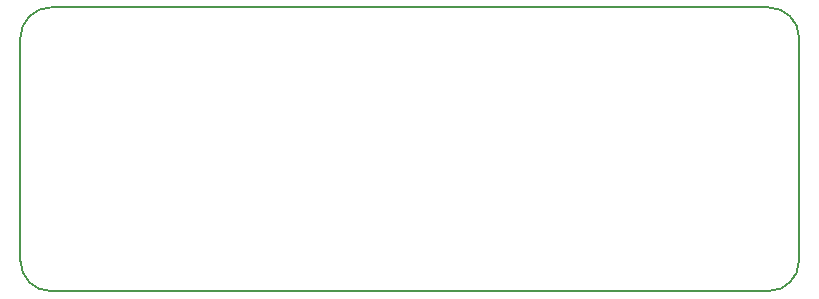
<source format=gbr>
G04 #@! TF.GenerationSoftware,KiCad,Pcbnew,5.0.2+dfsg1-1~bpo9+1*
G04 #@! TF.CreationDate,2020-02-22T15:05:15+00:00*
G04 #@! TF.ProjectId,tiny_powerbank_alyzer,74696e79-5f70-46f7-9765-7262616e6b5f,rev?*
G04 #@! TF.SameCoordinates,Original*
G04 #@! TF.FileFunction,Profile,NP*
%FSLAX46Y46*%
G04 Gerber Fmt 4.6, Leading zero omitted, Abs format (unit mm)*
G04 Created by KiCad (PCBNEW 5.0.2+dfsg1-1~bpo9+1) date Sat 22 Feb 2020 15:05:15 GMT*
%MOMM*%
%LPD*%
G01*
G04 APERTURE LIST*
%ADD10C,0.150000*%
G04 APERTURE END LIST*
D10*
X99786440Y-67640200D02*
X160609280Y-67640200D01*
X99816920Y-43637200D02*
X160639760Y-43637200D01*
X97266760Y-65115440D02*
X97271840Y-46161960D01*
X163174680Y-65115440D02*
X163179760Y-46161960D01*
X163184840Y-65100200D02*
G75*
G02X160644840Y-67640200I-2540000J0D01*
G01*
X99809300Y-67640200D02*
G75*
G02X97269300Y-65100200I0J2540000D01*
G01*
X97271840Y-46177200D02*
G75*
G02X99811840Y-43637200I2540000J0D01*
G01*
X160642300Y-43637200D02*
G75*
G02X163182300Y-46177200I0J-2540000D01*
G01*
M02*

</source>
